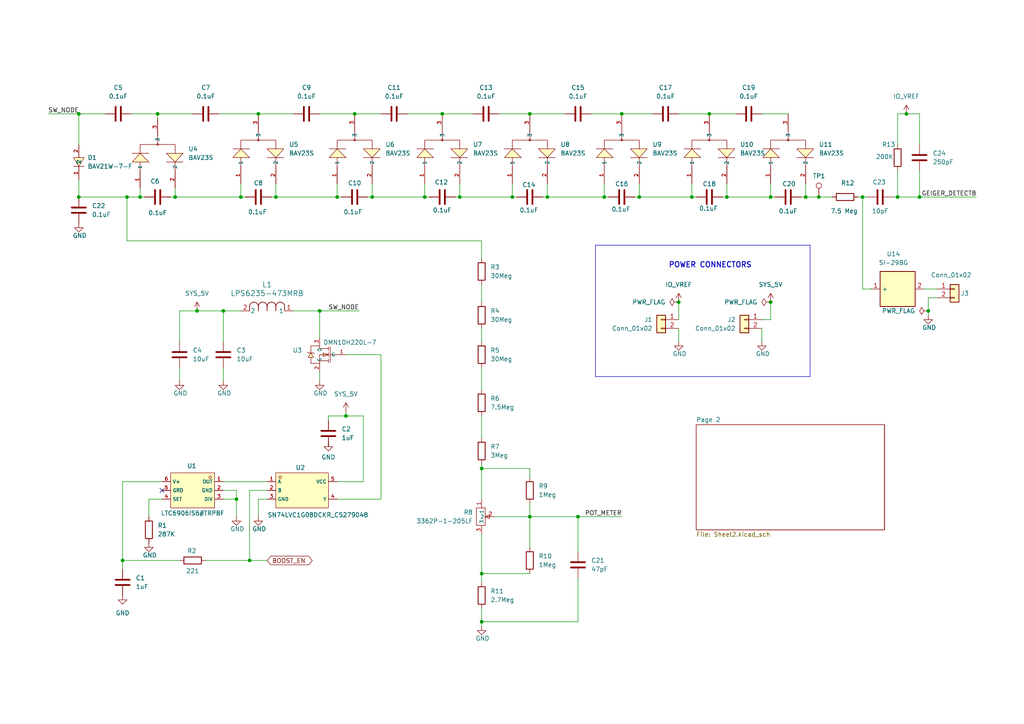
<source format=kicad_sch>
(kicad_sch (version 20231120) (generator "eeschema") (generator_version "8.0")
  (paper "A4")
  (lib_symbols
    (symbol "3362P-1-205LF:3362P-1-205LF"
      (property "Reference" "R" (at 0 1.27 0))
      (property "Value" "3362P-1-205LF" (at 0 -2.54 0))
      (symbol "3362P-1-205LF_0_1"
        (polyline (pts (xy -0.254 0) (xy -1.524 0)))
        (polyline (pts (xy 0.254 0) (xy -1.016 -0.508) (xy -1.016 0.508) (xy 0.254 0)) (fill (type background)))
        (polyline (pts (xy 0.254 -2.54) (xy 0.254 2.54) (xy 2.794 2.54) (xy 2.794 -2.54) (xy 0.254 -2.54)))
        (pin input line (at 1.27 5.08 270) (length 2.54) (name "1") (number "1"))
        (pin input line (at -2.54 0 0) (length 2.54) (name "2") (number "2"))
        (pin input line (at 1.27 -5.08 90) (length 2.54) (name "3") (number "3"))
      )
    )
    (symbol "BAV21W-7-F:BAV21W-7-F"
      (property "Reference" "D" (at 0 1.27 0))
      (property "Value" "BAV21W-7-F" (at 0 -2.54 0))
      (symbol "BAV21W-7-F_0_1"
        (polyline (pts (xy -1.27 -1.524) (xy -1.27 1.524)))
        (polyline (pts (xy 1.27 1.524) (xy -1.27 0) (xy 1.27 -1.524) (xy 1.27 1.524)) (fill (type background)))
      )
      (symbol "BAV21W-7-F_1_1"
        (pin passive line (at -5.08 0 0) (length 3.81) (name "1") (number "1"))
        (pin passive line (at 5.08 0 180) (length 3.81) (name "2") (number "2"))
      )
    )
    (symbol "BAV23S:BAV23S"
      (property "Reference" "U" (at 0 1.27 0))
      (property "Value" "BAV23S" (at 0 -2.54 0))
      (symbol "BAV23S_0_1"
        (polyline (pts (xy -5.08 5.08) (xy -2.54 5.08)))
        (polyline (pts (xy -2.54 -7.366) (xy -2.54 -2.54)))
        (polyline (pts (xy -2.54 -5.08) (xy -5.08 -5.08)))
        (polyline (pts (xy 0 7.366) (xy 0 2.54)))
        (polyline (pts (xy 5.08 0) (xy 2.54 0)))
        (polyline (pts (xy -2.54 2.54) (xy 0 5.08) (xy -2.54 7.366) (xy -2.54 2.54)) (fill (type background)))
        (polyline (pts (xy 0 -2.54) (xy -2.54 -5.08) (xy 0 -7.366) (xy 0 -2.54)) (fill (type background)))
        (polyline (pts (xy 0 5.08) (xy 2.54 5.08) (xy 2.54 -5.08) (xy 0 -5.08)))
        (circle (center 2.54 0) (radius 0.254) (fill (type background)))
      )
      (symbol "BAV23S_1_1"
        (pin passive line (at -10.16 5.08 0) (length 5.08) (name "1") (number "1"))
        (pin passive line (at -10.16 -5.08 0) (length 5.08) (name "2") (number "2"))
        (pin passive line (at 10.16 0 180) (length 5.08) (name "3") (number "3"))
      )
    )
    (symbol "BAV23S_1"
      (property "Reference" "U11" (at 1.2701 -8.89 90))
      (property "Value" "BAV23S" (at -1.2699 -8.89 90))
      (symbol "BAV23S_1_0_1"
        (polyline (pts (xy -5.08 5.08) (xy -2.54 5.08)))
        (polyline (pts (xy -2.54 -7.366) (xy -2.54 -2.54)))
        (polyline (pts (xy -2.54 -5.08) (xy -5.08 -5.08)))
        (polyline (pts (xy 0 7.366) (xy 0 2.54)))
        (polyline (pts (xy 5.08 0) (xy 2.54 0)))
        (polyline (pts (xy -2.54 2.54) (xy 0 5.08) (xy -2.54 7.366) (xy -2.54 2.54)) (fill (type background)))
        (polyline (pts (xy 0 -2.54) (xy -2.54 -5.08) (xy 0 -7.366) (xy 0 -2.54)) (fill (type background)))
        (polyline (pts (xy 0 5.08) (xy 2.54 5.08) (xy 2.54 -5.08) (xy 0 -5.08)))
        (circle (center 2.54 0) (radius 0.254) (fill (type background)))
      )
      (symbol "BAV23S_1_1_1"
        (pin passive line (at -10.16 5.08 0) (length 5.08) (name "1") (number "1"))
        (pin passive line (at -10.16 -5.08 0) (length 5.08) (name "2") (number "2"))
        (pin passive line (at 10.16 0 180) (length 5.08) (name "3") (number "3"))
      )
    )
    (symbol "Connector:TestPoint" (pin_numbers hide) (pin_names (offset 0.762) hide)
      (property "Reference" "TP" (at 0 6.858 0))
      (property "Value" "TestPoint" (at 0 5.08 0))
      (symbol "TestPoint_0_1"
        (circle (center 0 3.302) (radius 0.762))
      )
      (symbol "TestPoint_1_1"
        (pin passive line (at 0 0 90) (length 2.54) (name "1") (number "1"))
      )
    )
    (symbol "Connector_Generic:Conn_01x02" (pin_names (offset 1.016) hide)
      (property "Reference" "J" (at 0 2.54 0))
      (property "Value" "Conn_01x02" (at 0 -5.08 0))
      (symbol "Conn_01x02_1_1"
        (rectangle (start -1.27 -2.413) (end 0 -2.667) (stroke (width 0.1524)))
        (rectangle (start -1.27 0.127) (end 0 -0.127) (stroke (width 0.1524)))
        (rectangle (start -1.27 1.27) (end 1.27 -3.81) (stroke (width 0.254)) (fill (type background)))
        (pin passive line (at -5.08 0 0) (length 3.81) (name "Pin_1") (number "1"))
        (pin passive line (at -5.08 -2.54 0) (length 3.81) (name "Pin_2") (number "2"))
      )
    )
    (symbol "DMN10H220L-7:DMN10H220L-7"
      (property "Reference" "U3" (at 7.62 1.2701 0))
      (property "Value" "DMN10H220L-7" (at -13.97 3.556 0))
      (symbol "DMN10H220L-7_0_1"
        (polyline (pts (xy -2.54 0) (xy -0.508 0)))
        (polyline (pts (xy -0.508 2.286) (xy -0.508 -2.286)))
        (polyline (pts (xy 0 -2.286) (xy 0 -1.27)))
        (polyline (pts (xy 0 -0.508) (xy 0 0.508)))
        (polyline (pts (xy 0 2.286) (xy 0 1.27)))
        (polyline (pts (xy 2.54 -1.778) (xy 0 -1.778)))
        (polyline (pts (xy 0 0) (xy 1.524 0.508) (xy 1.524 -0.508) (xy 0 0)) (fill (type background)))
        (polyline (pts (xy 4.064 0.254) (xy 4.318 0.508) (xy 5.842 0.508) (xy 6.096 0.762)))
        (polyline (pts (xy 5.08 0.508) (xy 5.842 -0.762) (xy 4.318 -0.762) (xy 5.08 0.508)) (fill (type background)))
        (polyline (pts (xy 0 0) (xy 2.54 0) (xy 2.54 -2.54) (xy 5.08 -2.54) (xy 5.08 -0.762)))
        (polyline (pts (xy 0 1.778) (xy 2.54 1.778) (xy 2.54 2.54) (xy 5.08 2.54) (xy 5.08 0.508)))
      )
      (symbol "DMN10H220L-7_1_1"
        (pin input line (at -5.08 0 0) (length 2.54) (name "G") (number "1"))
        (pin passive line (at 2.54 -5.08 90) (length 2.54) (name "S") (number "2"))
        (pin passive line (at 2.54 5.08 270) (length 2.54) (name "D") (number "3"))
      )
    )
    (symbol "Device:C" (pin_numbers hide) (pin_names (offset 0.254))
      (property "Reference" "C" (at 0.635 2.54 0))
      (property "Value" "C" (at 0.635 -2.54 0))
      (symbol "C_0_1"
        (polyline (pts (xy -2.032 -0.762) (xy 2.032 -0.762)) (stroke (width 0.508)))
        (polyline (pts (xy -2.032 0.762) (xy 2.032 0.762)) (stroke (width 0.508)))
      )
      (symbol "C_1_1"
        (pin passive line (at 0 3.81 270) (length 2.794) (name "~") (number "1"))
        (pin passive line (at 0 -3.81 90) (length 2.794) (name "~") (number "2"))
      )
    )
    (symbol "Device:R" (pin_numbers hide) (pin_names (offset 0))
      (property "Reference" "R" (at 2.032 0 90))
      (property "Value" "R" (at 0 0 90))
      (symbol "R_0_1"
        (rectangle (start -1.016 -2.54) (end 1.016 2.54) (stroke (width 0.254)))
      )
      (symbol "R_1_1"
        (pin passive line (at 0 3.81 270) (length 1.27) (name "~") (number "1"))
        (pin passive line (at 0 -3.81 90) (length 1.27) (name "~") (number "2"))
      )
    )
    (symbol "GMT:GM-402B"
      (property "Reference" "U14" (at 1.2065 10.16 0))
      (property "Value" "SI-29BG" (at 1.2065 7.62 0))
      (symbol "GM-402B_0_1"
        (rectangle (start -5.08 5.08) (end 5.08 -5.08) (stroke (width 0.254)) (fill (type background)))
        (rectangle (start 7.62 0.254) (end 7.62 0.254))
      )
      (symbol "GM-402B_1_1"
        (pin passive line (at 7.62 0 180) (length 2.54) (name "+") (number "1"))
        (pin passive line (at -7.62 0 0) (length 2.54) (name "") (number "2"))
      )
    )
    (symbol "HV_POWER_SUPPLY:LTC6906IS6#TRPBF"
      (property "Reference" "U1" (at 0.254 7.112 0))
      (property "Value" "LTC6906IS6#TRPBF" (at 0 -6.604 0))
      (symbol "LTC6906IS6#TRPBF_0_1"
        (rectangle (start -6.35 5.08) (end 6.35 -5.08) (fill (type background)))
        (circle (center -5.08 3.81) (radius 0.381) (fill (type background)))
      )
      (symbol "LTC6906IS6#TRPBF_1_1"
        (pin output line (at -8.89 2.54 0) (length 2.54) (name "OUT") (number "1"))
        (pin input line (at -8.89 0 0) (length 2.54) (name "GND") (number "2"))
        (pin input line (at -8.89 -2.54 0) (length 2.54) (name "DIV") (number "3"))
        (pin input line (at 8.89 -2.54 180) (length 2.54) (name "SET") (number "4"))
        (pin input line (at 8.89 0 180) (length 2.54) (name "GRD") (number "5"))
        (pin input line (at 8.89 2.54 180) (length 2.54) (name "V+") (number "6"))
      )
    )
    (symbol "LPS6235-473MRB:LPS6235-473MRB" (pin_names (offset 0.254))
      (property "Reference" "L" (at 6.985 5.08 0))
      (property "Value" "LPS6235-473MRB" (at 6.985 -2.54 0))
      (symbol "LPS6235-473MRB_1_1"
        (polyline (pts (xy 2.54 0) (xy 2.54 1.27)) (stroke (width 0.2032)))
        (polyline (pts (xy 5.08 0) (xy 5.08 1.27)) (stroke (width 0.2032)))
        (polyline (pts (xy 7.62 0) (xy 7.62 1.27)) (stroke (width 0.2032)))
        (polyline (pts (xy 10.16 0) (xy 10.16 1.27)) (stroke (width 0.2032)))
        (polyline (pts (xy 12.7 0) (xy 12.7 1.27)) (stroke (width 0.2032)))
        (arc (start 5.08 1.27) (mid 3.81 2.5344) (end 2.54 1.27) (stroke (width 0.2032)))
        (arc (start 7.62 1.27) (mid 6.35 2.5344) (end 5.08 1.27) (stroke (width 0.2032)))
        (arc (start 10.16 1.27) (mid 8.89 2.5344) (end 7.62 1.27) (stroke (width 0.2032)))
        (arc (start 12.7 1.27) (mid 11.43 2.5344) (end 10.16 1.27) (stroke (width 0.2032)))
        (pin unspecified line (at 15.24 0 180) (length 2.54) (name "1") (number "1"))
        (pin unspecified line (at 0 0 0) (length 2.54) (name "2") (number "2"))
      )
      (symbol "LPS6235-473MRB_1_2"
        (arc (start -1.27 5.08) (mid -2.5344 3.81) (end -1.27 2.54) (stroke (width 0.2032)))
        (arc (start -1.27 7.62) (mid -2.5344 6.35) (end -1.27 5.08) (stroke (width 0.2032)))
        (arc (start -1.27 10.16) (mid -2.5344 8.89) (end -1.27 7.62) (stroke (width 0.2032)))
        (arc (start -1.27 12.7) (mid -2.5344 11.43) (end -1.27 10.16) (stroke (width 0.2032)))
        (polyline (pts (xy 0 2.54) (xy -1.27 2.54)) (stroke (width 0.2032)))
        (polyline (pts (xy 0 5.08) (xy -1.27 5.08)) (stroke (width 0.2032)))
        (polyline (pts (xy 0 7.62) (xy -1.27 7.62)) (stroke (width 0.2032)))
        (polyline (pts (xy 0 10.16) (xy -1.27 10.16)) (stroke (width 0.2032)))
        (polyline (pts (xy 0 12.7) (xy -1.27 12.7)) (stroke (width 0.2032)))
        (pin unspecified line (at 0 15.24 270) (length 2.54) (name "1") (number "1"))
        (pin unspecified line (at 0 0 90) (length 2.54) (name "2") (number "2"))
      )
    )
    (symbol "SN74LVC1G08DCKR:SN74LVC1G08DCKR_C5279048"
      (property "Reference" "U2" (at -0.508 6.604 0))
      (property "Value" "SN74LVC1G08DCKR_C5279048" (at 4.572 -7.112 0))
      (symbol "SN74LVC1G08DCKR_C5279048_0_1"
        (rectangle (start -7.62 5.08) (end 7.62 -5.08) (fill (type background)))
        (circle (center -6.35 3.81) (radius 0.381) (fill (type background)))
      )
      (symbol "SN74LVC1G08DCKR_C5279048_1_1"
        (pin input line (at -10.16 2.54 0) (length 2.54) (name "A") (number "1"))
        (pin input line (at -10.16 0 0) (length 2.54) (name "B") (number "2"))
        (pin input line (at -10.16 -2.54 0) (length 2.54) (name "GND") (number "3"))
        (pin output line (at 10.16 -2.54 180) (length 2.54) (name "Y") (number "4"))
        (pin input line (at 10.16 2.54 180) (length 2.54) (name "VCC") (number "5"))
      )
    )
    (symbol "power:GND" (power) (pin_numbers hide) (pin_names (offset 0) hide)
      (property "Value" "GND" (at 0 -3.81 0))
      (symbol "GND_0_1"
        (polyline (pts (xy 0 0) (xy 0 -1.27) (xy 1.27 -1.27) (xy 0 -2.54) (xy -1.27 -1.27) (xy 0 -1.27)))
      )
      (symbol "GND_1_1"
        (pin power_in line (at 0 0 270) (length 0) (name "~") (number "1"))
      )
    )
    (symbol "power:PWR_FLAG" (power) (pin_numbers hide) (pin_names (offset 0) hide)
      (property "Value" "PWR_FLAG" (at 0 3.81 0))
      (symbol "PWR_FLAG_0_0"
        (pin power_out line (at 0 0 90) (length 0) (name "~") (number "1"))
      )
      (symbol "PWR_FLAG_0_1"
        (polyline (pts (xy 0 0) (xy 0 1.27) (xy -1.016 1.905) (xy 0 2.54) (xy 1.016 1.905) (xy 0 1.27)))
      )
    )
    (symbol "power:VCC" (power) (pin_numbers hide) (pin_names (offset 0) hide)
      (property "Value" "VCC" (at 0 3.556 0))
      (symbol "VCC_0_1"
        (polyline (pts (xy -0.762 1.27) (xy 0 2.54)))
        (polyline (pts (xy 0 0) (xy 0 2.54)))
        (polyline (pts (xy 0 2.54) (xy 0.762 1.27)))
      )
      (symbol "VCC_1_1"
        (pin power_in line (at 0 0 90) (length 0) (name "~") (number "1"))
      )
    )
  )
  (junction (at 180.34 33.02))
  (junction (at 22.86 33.02))
  (junction (at 139.7 180.34))
  (junction (at 74.93 33.02))
  (junction (at 68.58 144.78))
  (junction (at 92.71 90.17))
  (junction (at 36.83 57.15))
  (junction (at 223.52 57.15))
  (junction (at 153.67 149.86))
  (junction (at 148.59 57.15))
  (junction (at 237.49 57.15))
  (junction (at 57.15 90.17))
  (junction (at 260.35 57.15))
  (junction (at 123.19 57.15))
  (junction (at 107.95 57.15))
  (junction (at 64.77 90.17))
  (junction (at 266.7 57.15))
  (junction (at 175.26 57.15))
  (junction (at 50.8 57.15))
  (junction (at 45.72 33.02))
  (junction (at 250.19 57.15))
  (junction (at 69.85 57.15))
  (junction (at 185.42 57.15))
  (junction (at 210.82 57.15))
  (junction (at 35.56 162.56))
  (junction (at 196.85 87.63))
  (junction (at 262.89 33.02))
  (junction (at 80.01 57.15))
  (junction (at 167.64 149.86))
  (junction (at 97.79 57.15))
  (junction (at 100.33 120.65))
  (junction (at 153.67 33.02))
  (junction (at 269.24 90.17))
  (junction (at 139.7 135.89))
  (junction (at 22.86 57.15))
  (junction (at 72.39 162.56))
  (junction (at 128.27 33.02))
  (junction (at 205.74 33.02))
  (junction (at 40.64 57.15))
  (junction (at 233.68 57.15))
  (junction (at 158.75 57.15))
  (junction (at 133.35 57.15))
  (junction (at 200.66 57.15))
  (junction (at 139.7 166.37))
  (junction (at 102.87 33.02))
  (junction (at 223.52 87.63))
  (no_connect (at 46.99 142.24))
  (wire (pts (xy 139.7 106.68) (xy 139.7 113.03)))
  (wire (pts (xy 92.71 107.95) (xy 92.71 110.49)))
  (wire (pts (xy 233.68 53.34) (xy 233.68 57.15)))
  (wire (pts (xy 74.93 33.02) (xy 85.09 33.02)))
  (polyline (pts (xy 172.72 71.12) (xy 234.95 71.12)))
  (wire (pts (xy 64.77 139.7) (xy 77.47 139.7)))
  (wire (pts (xy 167.64 149.86) (xy 180.34 149.86)))
  (wire (pts (xy 100.33 120.65) (xy 100.33 119.38)))
  (wire (pts (xy 13.97 33.02) (xy 22.86 33.02)))
  (wire (pts (xy 105.41 139.7) (xy 105.41 120.65)))
  (wire (pts (xy 158.75 57.15) (xy 175.26 57.15)))
  (wire (pts (xy 95.25 120.65) (xy 100.33 120.65)))
  (wire (pts (xy 133.35 57.15) (xy 148.59 57.15)))
  (wire (pts (xy 78.74 57.15) (xy 80.01 57.15)))
  (wire (pts (xy 220.98 92.71) (xy 223.52 92.71)))
  (wire (pts (xy 85.09 90.17) (xy 92.71 90.17)))
  (wire (pts (xy 74.93 144.78) (xy 74.93 149.86)))
  (wire (pts (xy 64.77 142.24) (xy 68.58 142.24)))
  (wire (pts (xy 22.86 33.02) (xy 30.48 33.02)))
  (wire (pts (xy 267.97 83.82) (xy 271.78 83.82)))
  (wire (pts (xy 50.8 57.15) (xy 69.85 57.15)))
  (wire (pts (xy 148.59 57.15) (xy 149.86 57.15)))
  (wire (pts (xy 153.67 149.86) (xy 167.64 149.86)))
  (wire (pts (xy 52.07 99.06) (xy 52.07 90.17)))
  (wire (pts (xy 139.7 154.94) (xy 139.7 166.37)))
  (wire (pts (xy 110.49 102.87) (xy 100.33 102.87)))
  (wire (pts (xy 95.25 120.65) (xy 95.25 121.92)))
  (wire (pts (xy 266.7 33.02) (xy 266.7 41.91)))
  (wire (pts (xy 185.42 53.34) (xy 185.42 57.15)))
  (wire (pts (xy 167.64 180.34) (xy 139.7 180.34)))
  (wire (pts (xy 175.26 53.34) (xy 175.26 57.15)))
  (wire (pts (xy 102.87 33.02) (xy 110.49 33.02)))
  (wire (pts (xy 269.24 90.17) (xy 269.24 86.36)))
  (wire (pts (xy 45.72 33.02) (xy 55.88 33.02)))
  (wire (pts (xy 64.77 90.17) (xy 69.85 90.17)))
  (wire (pts (xy 22.86 41.91) (xy 22.86 33.02)))
  (wire (pts (xy 262.89 33.02) (xy 266.7 33.02)))
  (wire (pts (xy 223.52 57.15) (xy 224.79 57.15)))
  (wire (pts (xy 210.82 53.34) (xy 210.82 57.15)))
  (wire (pts (xy 36.83 69.85) (xy 36.83 57.15)))
  (wire (pts (xy 269.24 86.36) (xy 271.78 86.36)))
  (wire (pts (xy 92.71 33.02) (xy 102.87 33.02)))
  (polyline (pts (xy 172.72 104.14) (xy 172.72 71.12)))
  (wire (pts (xy 92.71 90.17) (xy 104.14 90.17)))
  (wire (pts (xy 248.92 57.15) (xy 250.19 57.15)))
  (polyline (pts (xy 234.95 109.22) (xy 172.72 109.22)))
  (wire (pts (xy 49.53 57.15) (xy 50.8 57.15)))
  (wire (pts (xy 139.7 135.89) (xy 153.67 135.89)))
  (wire (pts (xy 266.7 49.53) (xy 266.7 57.15)))
  (wire (pts (xy 35.56 162.56) (xy 52.07 162.56)))
  (wire (pts (xy 64.77 144.78) (xy 68.58 144.78)))
  (wire (pts (xy 106.68 57.15) (xy 107.95 57.15)))
  (wire (pts (xy 139.7 69.85) (xy 139.7 74.93)))
  (wire (pts (xy 97.79 139.7) (xy 105.41 139.7)))
  (wire (pts (xy 41.91 57.15) (xy 40.64 57.15)))
  (wire (pts (xy 259.08 57.15) (xy 260.35 57.15)))
  (wire (pts (xy 35.56 162.56) (xy 35.56 139.7)))
  (wire (pts (xy 139.7 82.55) (xy 139.7 87.63)))
  (wire (pts (xy 110.49 102.87) (xy 110.49 144.78)))
  (wire (pts (xy 123.19 53.34) (xy 123.19 57.15)))
  (wire (pts (xy 250.19 83.82) (xy 250.19 57.15)))
  (wire (pts (xy 64.77 106.68) (xy 64.77 110.49)))
  (wire (pts (xy 237.49 57.15) (xy 241.3 57.15)))
  (wire (pts (xy 139.7 120.65) (xy 139.7 127)))
  (wire (pts (xy 50.8 54.61) (xy 50.8 57.15)))
  (wire (pts (xy 167.64 167.64) (xy 167.64 180.34)))
  (wire (pts (xy 185.42 57.15) (xy 200.66 57.15)))
  (wire (pts (xy 100.33 120.65) (xy 105.41 120.65)))
  (wire (pts (xy 153.67 146.05) (xy 153.67 149.86)))
  (wire (pts (xy 128.27 33.02) (xy 137.16 33.02)))
  (wire (pts (xy 57.15 90.17) (xy 64.77 90.17)))
  (wire (pts (xy 232.41 57.15) (xy 233.68 57.15)))
  (polyline (pts (xy 234.95 71.12) (xy 234.95 109.22)))
  (wire (pts (xy 139.7 166.37) (xy 153.67 166.37)))
  (wire (pts (xy 52.07 106.68) (xy 52.07 110.49)))
  (wire (pts (xy 59.69 162.56) (xy 72.39 162.56)))
  (wire (pts (xy 205.74 33.02) (xy 213.36 33.02)))
  (wire (pts (xy 143.51 149.86) (xy 153.67 149.86)))
  (wire (pts (xy 196.85 95.25) (xy 196.85 99.06)))
  (wire (pts (xy 153.67 33.02) (xy 163.83 33.02)))
  (wire (pts (xy 223.52 92.71) (xy 223.52 87.63)))
  (wire (pts (xy 260.35 57.15) (xy 266.7 57.15)))
  (wire (pts (xy 158.75 57.15) (xy 158.75 53.34)))
  (wire (pts (xy 220.98 95.25) (xy 220.98 99.06)))
  (wire (pts (xy 148.59 53.34) (xy 148.59 57.15)))
  (wire (pts (xy 77.47 142.24) (xy 72.39 142.24)))
  (wire (pts (xy 139.7 180.34) (xy 139.7 181.61)))
  (wire (pts (xy 72.39 142.24) (xy 72.39 162.56)))
  (wire (pts (xy 52.07 90.17) (xy 57.15 90.17)))
  (wire (pts (xy 45.72 33.02) (xy 38.1 33.02)))
  (wire (pts (xy 107.95 57.15) (xy 123.19 57.15)))
  (wire (pts (xy 260.35 33.02) (xy 262.89 33.02)))
  (wire (pts (xy 171.45 33.02) (xy 180.34 33.02)))
  (wire (pts (xy 167.64 149.86) (xy 167.64 160.02)))
  (wire (pts (xy 209.55 57.15) (xy 210.82 57.15)))
  (wire (pts (xy 45.72 34.29) (xy 45.72 33.02)))
  (wire (pts (xy 184.15 57.15) (xy 185.42 57.15)))
  (wire (pts (xy 132.08 57.15) (xy 133.35 57.15)))
  (wire (pts (xy 43.18 144.78) (xy 46.99 144.78)))
  (wire (pts (xy 153.67 138.43) (xy 153.67 135.89)))
  (wire (pts (xy 63.5 33.02) (xy 74.93 33.02)))
  (wire (pts (xy 139.7 176.53) (xy 139.7 180.34)))
  (wire (pts (xy 220.98 33.02) (xy 228.6 33.02)))
  (wire (pts (xy 40.64 54.61) (xy 40.64 57.15)))
  (wire (pts (xy 35.56 139.7) (xy 46.99 139.7)))
  (wire (pts (xy 43.18 149.86) (xy 43.18 144.78)))
  (wire (pts (xy 97.79 53.34) (xy 97.79 57.15)))
  (wire (pts (xy 68.58 142.24) (xy 68.58 144.78)))
  (wire (pts (xy 22.86 52.07) (xy 22.86 57.15)))
  (wire (pts (xy 71.12 57.15) (xy 69.85 57.15)))
  (wire (pts (xy 266.7 57.15) (xy 283.21 57.15)))
  (wire (pts (xy 153.67 33.02) (xy 144.78 33.02)))
  (wire (pts (xy 153.67 149.86) (xy 153.67 158.75)))
  (wire (pts (xy 133.35 53.34) (xy 133.35 57.15)))
  (wire (pts (xy 124.46 57.15) (xy 123.19 57.15)))
  (wire (pts (xy 139.7 135.89) (xy 139.7 144.78)))
  (wire (pts (xy 175.26 57.15) (xy 176.53 57.15)))
  (wire (pts (xy 36.83 57.15) (xy 40.64 57.15)))
  (wire (pts (xy 200.66 57.15) (xy 201.93 57.15)))
  (wire (pts (xy 107.95 53.34) (xy 107.95 57.15)))
  (wire (pts (xy 269.24 91.44) (xy 269.24 90.17)))
  (wire (pts (xy 223.52 53.34) (xy 223.52 57.15)))
  (wire (pts (xy 180.34 33.02) (xy 189.23 33.02)))
  (wire (pts (xy 260.35 57.15) (xy 260.35 49.53)))
  (wire (pts (xy 250.19 57.15) (xy 251.46 57.15)))
  (wire (pts (xy 80.01 57.15) (xy 97.79 57.15)))
  (wire (pts (xy 200.66 53.34) (xy 200.66 57.15)))
  (wire (pts (xy 196.85 33.02) (xy 205.74 33.02)))
  (wire (pts (xy 139.7 95.25) (xy 139.7 99.06)))
  (wire (pts (xy 260.35 41.91) (xy 260.35 33.02)))
  (wire (pts (xy 118.11 33.02) (xy 128.27 33.02)))
  (wire (pts (xy 64.77 99.06) (xy 64.77 90.17)))
  (wire (pts (xy 139.7 166.37) (xy 139.7 168.91)))
  (wire (pts (xy 210.82 57.15) (xy 223.52 57.15)))
  (wire (pts (xy 233.68 57.15) (xy 237.49 57.15)))
  (wire (pts (xy 69.85 53.34) (xy 69.85 57.15)))
  (wire (pts (xy 196.85 87.63) (xy 196.85 92.71)))
  (wire (pts (xy 22.86 57.15) (xy 36.83 57.15)))
  (wire (pts (xy 97.79 57.15) (xy 99.06 57.15)))
  (wire (pts (xy 92.71 90.17) (xy 92.71 97.79)))
  (wire (pts (xy 68.58 144.78) (xy 68.58 149.86)))
  (wire (pts (xy 35.56 165.1) (xy 35.56 162.56)))
  (wire (pts (xy 97.79 144.78) (xy 110.49 144.78)))
  (polyline (pts (xy 172.72 104.14) (xy 172.72 109.22)))
  (wire (pts (xy 80.01 53.34) (xy 80.01 57.15)))
  (wire (pts (xy 139.7 134.62) (xy 139.7 135.89)))
  (wire (pts (xy 72.39 162.56) (xy 77.47 162.56)))
  (wire (pts (xy 157.48 57.15) (xy 158.75 57.15)))
  (wire (pts (xy 139.7 69.85) (xy 36.83 69.85)))
  (wire (pts (xy 95.25 129.54) (xy 95.25 128.27)))
  (wire (pts (xy 77.47 144.78) (xy 74.93 144.78)))
  (wire (pts (xy 252.73 83.82) (xy 250.19 83.82)))
  (text "POWER CONNECTORS" (at 205.994 76.962 0) (effects (font (size 1.524 1.524) (thickness 0.254) (bold yes))))
  (label "SW_NODE" (at 13.97 33.02 0))
  (label "GEIGER_DETECTB" (at 283.21 57.15 180))
  (label "SW_NODE" (at 104.14 90.17 180))
  (label "POT_METER" (at 180.34 149.86 180))
  (global_label "BOOST_EN" (shape bidirectional) (at 77.47 162.56 0) (property "Intersheetrefs" "${INTERSHEET_REFS}" (effects (hide yes))))
  (symbol (lib_id "Device:C") (at 167.64 163.83 0) (unit 1)
    (property "Reference" "C21" (at 171.45 162.5599 0) (effects (justify left)))
    (property "Value" "47pF" (at 171.45 165.0999 0) (effects (justify left)))
    (property "Footprint" "Capacitor_SMD:C_0603_1608Metric" (effects (hide yes)))
    (property "Description" "Unpolarized capacitor" (effects (hide yes)))
    (property "LCSC" "C178330" (effects (hide yes)))
    (property "Package" "0603" (effects (hide yes)))
    (property "manufacturer Part Number" "0603X476M6R3NT" (effects (hide yes)))
  )
  (symbol (lib_id "power:VCC") (at 196.85 87.63 0) (unit 1)
    (property "Reference" "#PWR020" (effects (hide yes)))
    (property "Value" "IO_VREF" (at 196.85 82.55 0))
    (property "Description" "Power symbol creates a global label with name \"VCC\"" (effects (hide yes)))
  )
  (symbol (lib_id "3362P-1-205LF:3362P-1-205LF") (at 140.97 149.86 0) (mirror y) (unit 1)
    (property "Reference" "R8" (at 137.16 148.5899 0) (effects (justify left)))
    (property "Value" "3362P-1-205LF" (at 137.16 151.1299 0) (effects (justify left)))
    (property "Footprint" "HV_POWER_SUPPLY:RES-ADJ-TH_3362P" (effects (hide yes)))
    (property "Datasheet" "https://lcsc.com/product-detail/Precision-Potentiometer_Made-in-China-3362P-1-105_C20063.html" (effects (hide yes)))
    (property "LCSC" "C124582" (effects (hide yes)))
    (property "manufacturer Part Number" "3362P-1-205LF" (effects (hide yes)))
  )
  (symbol (lib_id "Device:R") (at 139.7 130.81 0) (unit 1)
    (property "Reference" "R7" (at 142.24 129.5399 0) (effects (justify left)))
    (property "Value" "3Meg" (at 142.24 132.0799 0) (effects (justify left)))
    (property "Footprint" "Resistor_SMD:R_0805_2012Metric" (effects (hide yes)))
    (property "Description" "Resistor" (effects (hide yes)))
    (property "Package" "0805" (effects (hide yes)))
    (property "manufacturer Part Number" "FRC0805J305 TS" (effects (hide yes)))
    (property "LCSC" "C2907325" (effects (hide yes)))
  )
  (symbol (lib_id "power:PWR_FLAG") (at 269.24 90.17 90) (unit 1)
    (property "Reference" "#FLG03" (effects (hide yes)))
    (property "Value" "PWR_FLAG" (at 265.43 90.1699 90) (effects (justify left)))
    (property "Description" "Special symbol for telling ERC where power comes from" (effects (hide yes)))
  )
  (symbol (lib_id "power:VCC") (at 262.89 33.02 0) (unit 1)
    (property "Reference" "#PWR013" (effects (hide yes)))
    (property "Value" "IO_VREF" (at 262.89 27.94 0))
    (property "Description" "Power symbol creates a global label with name \"VCC\"" (effects (hide yes)))
  )
  (symbol (lib_id "Connector:TestPoint") (at 237.49 57.15 0) (unit 1)
    (property "Reference" "TP1" (at 235.712 51.054 0) (effects (justify left)))
    (property "Value" "TestPoint" (effects (hide yes)))
    (property "Footprint" "TestPoint:TestPoint_Pad_1.0x1.0mm" (effects (hide yes)))
    (property "Description" "test point" (effects (hide yes)))
  )
  (symbol (lib_id "Device:C") (at 217.17 33.02 90) (unit 1)
    (property "Reference" "C19" (at 217.17 25.4 90))
    (property "Value" "0.1uF" (at 217.17 27.94 90))
    (property "Footprint" "Capacitor_SMD:C_1206_3216Metric" (effects (hide yes)))
    (property "Description" "Unpolarized capacitor" (effects (hide yes)))
    (property "LCSC" "C24497" (effects (hide yes)))
    (property "Package" "1206" (effects (hide yes)))
    (property "manufacturer Part Number" "CL31B104KBCNNNC" (effects (hide yes)))
  )
  (symbol (lib_id "power:GND") (at 64.77 110.49 0) (unit 1)
    (property "Reference" "#PWR09" (effects (hide yes)))
    (property "Value" "GND" (at 65.024 114.046 0))
    (property "Description" "Power symbol creates a global label with name \"GND\" , ground" (effects (hide yes)))
  )
  (symbol (lib_id "Device:R") (at 43.18 153.67 0) (unit 1)
    (property "Reference" "R1" (at 45.72 152.3999 0) (effects (justify left)))
    (property "Value" "287K" (at 45.72 154.9399 0) (effects (justify left)))
    (property "Footprint" "Resistor_SMD:R_0603_1608Metric" (effects (hide yes)))
    (property "Description" "Resistor" (effects (hide yes)))
    (property "Package" "0603" (effects (hide yes)))
    (property "manufacturer Part Number" "0603WAF2873T5E" (effects (hide yes)))
    (property "LCSC" "C22972" (effects (hide yes)))
  )
  (symbol (lib_id "Device:C") (at 52.07 102.87 0) (unit 1)
    (property "Reference" "C4" (at 55.88 101.5999 0) (effects (justify left)))
    (property "Value" "10uF" (at 55.88 104.1399 0) (effects (justify left)))
    (property "Footprint" "Capacitor_SMD:C_0805_2012Metric" (effects (hide yes)))
    (property "Description" "Unpolarized capacitor" (effects (hide yes)))
    (property "LCSC" "C15850" (effects (hide yes)))
    (property "Package" "0805" (effects (hide yes)))
    (property "manufacturer Part Number" "CL21A106KAYNNNE" (effects (hide yes)))
  )
  (symbol (lib_id "power:GND") (at 92.71 110.49 0) (unit 1)
    (property "Reference" "#PWR07" (effects (hide yes)))
    (property "Value" "GND" (at 92.964 114.046 0))
    (property "Description" "Power symbol creates a global label with name \"GND\" , ground" (effects (hide yes)))
  )
  (symbol (lib_id "Connector_Generic:Conn_01x02") (at 215.9 92.71 0) (mirror y) (unit 1)
    (property "Reference" "J2" (at 213.36 92.7099 0) (effects (justify left)))
    (property "Value" "Conn_01x02" (at 213.36 95.2499 0) (effects (justify left)))
    (property "Footprint" "Connector_PinHeader_2.54mm:PinHeader_1x02_P2.54mm_Vertical" (effects (hide yes)))
    (property "Description" "Generic connector, single row, 01x02, script generated (kicad-library-utils/schlib/autogen/connector/)" (effects (hide yes)))
  )
  (symbol (lib_id "power:GND") (at 269.24 91.44 0) (unit 1)
    (property "Reference" "#PWR030" (effects (hide yes)))
    (property "Value" "GND" (at 269.494 94.996 0))
    (property "Description" "Power symbol creates a global label with name \"GND\" , ground" (effects (hide yes)))
  )
  (symbol (lib_id "power:VCC") (at 100.33 119.38 0) (unit 1)
    (property "Reference" "#PWR06" (effects (hide yes)))
    (property "Value" "SYS_5V" (at 100.33 114.3 0))
    (property "Description" "Power symbol creates a global label with name \"VCC\"" (effects (hide yes)))
  )
  (symbol (lib_id "power:GND") (at 52.07 110.49 0) (unit 1)
    (property "Reference" "#PWR08" (effects (hide yes)))
    (property "Value" "GND" (at 52.324 114.046 0))
    (property "Description" "Power symbol creates a global label with name \"GND\" , ground" (effects (hide yes)))
  )
  (symbol (lib_id "Device:C") (at 228.6 57.15 90) (unit 1)
    (property "Reference" "C20" (at 228.854 53.34 90))
    (property "Value" "0.1uF" (at 228.6 61.214 90))
    (property "Footprint" "Capacitor_SMD:C_1206_3216Metric" (effects (hide yes)))
    (property "Description" "Unpolarized capacitor" (effects (hide yes)))
    (property "LCSC" "C24497" (effects (hide yes)))
    (property "Package" "1206" (effects (hide yes)))
    (property "manufacturer Part Number" "CL31B104KBCNNNC" (effects (hide yes)))
  )
  (symbol (lib_id "BAV23S:BAV23S") (at 153.67 43.18 90) (unit 1)
    (property "Reference" "U8" (at 162.56 41.9099 90) (effects (justify right)))
    (property "Value" "BAV23S" (at 162.56 44.4499 90) (effects (justify right)))
    (property "Footprint" "HV_POWER_SUPPLY:BAV23S_SOT-23-3_L2.9-W1.6-P1.90-LS2.8-BR" (effects (hide yes)))
    (property "Datasheet" "https://item.szlcsc.com/14454.html" (effects (hide yes)))
    (property "LCSC" "C44345" (effects (hide yes)))
    (property "Package" "SOT-23" (effects (hide yes)))
    (property "manufacturer Part Number" "BAV23S" (effects (hide yes)))
  )
  (symbol (lib_id "Device:C") (at 255.27 57.15 90) (unit 1)
    (property "Reference" "C23" (at 255.016 52.832 90))
    (property "Value" "10pF" (at 255.27 61.214 90))
    (property "Footprint" "Capacitor_SMD:C_1206_3216Metric" (effects (hide yes)))
    (property "Description" "Unpolarized capacitor" (effects (hide yes)))
    (property "LCSC" "C377014" (effects (hide yes)))
    (property "Package" "1206" (effects (hide yes)))
    (property "manufacturer Part Number" "TCC1206COG100J102DT" (effects (hide yes)))
  )
  (symbol (lib_id "Device:R") (at 245.11 57.15 90) (unit 1)
    (property "Reference" "R12" (at 245.872 53.086 90))
    (property "Value" "7.5 Meg" (at 244.856 61.214 90))
    (property "Footprint" "Resistor_SMD:R_0805_2012Metric" (effects (hide yes)))
    (property "Description" "Resistor" (effects (hide yes)))
    (property "Package" "0805" (effects (hide yes)))
    (property "manufacturer Part Number" "FRC0805J755 TS" (effects (hide yes)))
    (property "LCSC" "C2933569" (effects (hide yes)))
  )
  (symbol (lib_id "Device:C") (at 95.25 125.73 0) (unit 1)
    (property "Reference" "C2" (at 99.06 124.4599 0) (effects (justify left)))
    (property "Value" "1uF" (at 99.06 126.9999 0) (effects (justify left)))
    (property "Footprint" "Capacitor_SMD:C_0603_1608Metric" (effects (hide yes)))
    (property "Description" "Unpolarized capacitor" (effects (hide yes)))
    (property "LCSC" "C15849" (effects (hide yes)))
    (property "Package" "0603" (effects (hide yes)))
    (property "manufacturer Part Number" "CL10A105KB8NNNC" (effects (hide yes)))
  )
  (symbol (lib_id "Device:C") (at 88.9 33.02 90) (unit 1)
    (property "Reference" "C9" (at 88.9 25.4 90))
    (property "Value" "0.1uF" (at 88.9 27.94 90))
    (property "Footprint" "Capacitor_SMD:C_1206_3216Metric" (effects (hide yes)))
    (property "Description" "Unpolarized capacitor" (effects (hide yes)))
    (property "LCSC" "C24497" (effects (hide yes)))
    (property "Package" "1206" (effects (hide yes)))
    (property "manufacturer Part Number" "CL31B104KBCNNNC" (effects (hide yes)))
  )
  (symbol (lib_id "SN74LVC1G08DCKR:SN74LVC1G08DCKR_C5279048") (at 87.63 142.24 0) (unit 1)
    (property "Reference" "U2" (at 87.122 135.636 0))
    (property "Value" "SN74LVC1G08DCKR_C5279048" (at 92.202 149.352 0))
    (property "Footprint" "HV_POWER_SUPPLY:SC-70-5_L2.0-W1.3-P0.65-LS2.1-BR" (effects (hide yes)))
    (property "Datasheet" "https://www.ti.com/cn/lit/ds/symlink/tps3803-ep.pdf?ts=1643197450925" (effects (hide yes)))
    (property "LCSC" "C5279048" (effects (hide yes)))
    (property "Package" "SC-70-5" (effects (hide yes)))
    (property "manufacturer Part Number" "SN74LVC1G08DCKR" (effects (hide yes)))
  )
  (symbol (lib_id "Device:C") (at 180.34 57.15 90) (unit 1)
    (property "Reference" "C16" (at 180.34 53.34 90))
    (property "Value" "0.1uF" (at 180.086 60.706 90))
    (property "Footprint" "Capacitor_SMD:C_1206_3216Metric" (effects (hide yes)))
    (property "Description" "Unpolarized capacitor" (effects (hide yes)))
    (property "LCSC" "C24497" (effects (hide yes)))
    (property "Package" "1206" (effects (hide yes)))
    (property "manufacturer Part Number" "CL31B104KBCNNNC" (effects (hide yes)))
  )
  (symbol (lib_id "Device:R") (at 139.7 172.72 0) (unit 1)
    (property "Reference" "R11" (at 142.24 171.4499 0) (effects (justify left)))
    (property "Value" "2.7Meg" (at 142.24 173.9899 0) (effects (justify left)))
    (property "Footprint" "Resistor_SMD:R_0805_2012Metric" (effects (hide yes)))
    (property "Description" "Resistor" (effects (hide yes)))
    (property "Package" "0805" (effects (hide yes)))
    (property "manufacturer Part Number" "FRC0805F2704TS" (effects (hide yes)))
    (property "LCSC" "C2933390" (effects (hide yes)))
  )
  (symbol (lib_id "Device:C") (at 114.3 33.02 90) (unit 1)
    (property "Reference" "C11" (at 114.3 25.4 90))
    (property "Value" "0.1uF" (at 114.3 27.94 90))
    (property "Footprint" "Capacitor_SMD:C_1206_3216Metric" (effects (hide yes)))
    (property "Description" "Unpolarized capacitor" (effects (hide yes)))
    (property "LCSC" "C24497" (effects (hide yes)))
    (property "Package" "1206" (effects (hide yes)))
    (property "manufacturer Part Number" "CL31B104KBCNNNC" (effects (hide yes)))
  )
  (symbol (lib_id "Device:R") (at 139.7 102.87 0) (unit 1)
    (property "Reference" "R5" (at 142.24 101.5999 0) (effects (justify left)))
    (property "Value" "30Meg" (at 142.24 104.1399 0) (effects (justify left)))
    (property "Footprint" "Resistor_SMD:R_0805_2012Metric" (effects (hide yes)))
    (property "Description" "Resistor" (effects (hide yes)))
    (property "Package" "0805" (effects (hide yes)))
    (property "manufacturer Part Number" "FHW0805UC2N2KGT" (effects (hide yes)))
    (property "LCSC" "C317991" (effects (hide yes)))
  )
  (symbol (lib_id "Device:C") (at 140.97 33.02 90) (unit 1)
    (property "Reference" "C13" (at 140.97 25.4 90))
    (property "Value" "0.1uF" (at 140.97 27.94 90))
    (property "Footprint" "Capacitor_SMD:C_1206_3216Metric" (effects (hide yes)))
    (property "Description" "Unpolarized capacitor" (effects (hide yes)))
    (property "LCSC" "C24497" (effects (hide yes)))
    (property "Package" "1206" (effects (hide yes)))
    (property "manufacturer Part Number" "CL31B104KBCNNNC" (effects (hide yes)))
  )
  (symbol (lib_id "Device:C") (at 64.77 102.87 0) (unit 1)
    (property "Reference" "C3" (at 68.58 101.5999 0) (effects (justify left)))
    (property "Value" "10uF" (at 68.58 104.1399 0) (effects (justify left)))
    (property "Footprint" "Capacitor_SMD:C_0805_2012Metric" (effects (hide yes)))
    (property "Description" "Unpolarized capacitor" (effects (hide yes)))
    (property "LCSC" "C15850" (effects (hide yes)))
    (property "Package" "0805" (effects (hide yes)))
    (property "manufacturer Part Number" "CL21A106KAYNNNE" (effects (hide yes)))
  )
  (symbol (lib_id "power:GND") (at 139.7 181.61 0) (unit 1)
    (property "Reference" "#PWR012" (effects (hide yes)))
    (property "Value" "GND" (at 139.954 185.166 0))
    (property "Description" "Power symbol creates a global label with name \"GND\" , ground" (effects (hide yes)))
  )
  (symbol (lib_id "power:GND") (at 196.85 99.06 0) (unit 1)
    (property "Reference" "#PWR021" (effects (hide yes)))
    (property "Value" "GND" (at 197.104 102.616 0))
    (property "Description" "Power symbol creates a global label with name \"GND\" , ground" (effects (hide yes)))
  )
  (symbol (lib_id "power:GND") (at 22.86 64.77 0) (unit 1)
    (property "Reference" "#PWR011" (effects (hide yes)))
    (property "Value" "GND" (at 23.114 68.326 0))
    (property "Description" "Power symbol creates a global label with name \"GND\" , ground" (effects (hide yes)))
  )
  (symbol (lib_id "Device:R") (at 153.67 142.24 0) (unit 1)
    (property "Reference" "R9" (at 156.21 140.9699 0) (effects (justify left)))
    (property "Value" "1Meg" (at 156.21 143.5099 0) (effects (justify left)))
    (property "Footprint" "Resistor_SMD:R_0805_2012Metric" (effects (hide yes)))
    (property "Description" "Resistor" (effects (hide yes)))
    (property "Package" "0805" (effects (hide yes)))
    (property "manufacturer Part Number" "RC0805FR-071ML" (effects (hide yes)))
    (property "LCSC" "C107700" (effects (hide yes)))
  )
  (symbol (lib_id "BAV23S:BAV23S") (at 45.72 44.45 90) (unit 1)
    (property "Reference" "U4" (at 54.61 43.1799 90) (effects (justify right)))
    (property "Value" "BAV23S" (at 54.61 45.7199 90) (effects (justify right)))
    (property "Footprint" "HV_POWER_SUPPLY:BAV23S_SOT-23-3_L2.9-W1.6-P1.90-LS2.8-BR" (effects (hide yes)))
    (property "Datasheet" "https://item.szlcsc.com/14454.html" (effects (hide yes)))
    (property "LCSC" "C44345" (effects (hide yes)))
    (property "Package" "SOT-23" (effects (hide yes)))
    (property "manufacturer Part Number" "BAV23S" (effects (hide yes)))
  )
  (symbol (lib_id "power:GND") (at 68.58 149.86 0) (unit 1)
    (property "Reference" "#PWR03" (effects (hide yes)))
    (property "Value" "GND" (at 68.834 153.416 0))
    (property "Description" "Power symbol creates a global label with name \"GND\" , ground" (effects (hide yes)))
  )
  (symbol (lib_id "Device:C") (at 128.27 57.15 90) (unit 1)
    (property "Reference" "C12" (at 128.016 52.832 90))
    (property "Value" "0.1uF" (at 128.27 60.96 90))
    (property "Footprint" "Capacitor_SMD:C_1206_3216Metric" (effects (hide yes)))
    (property "Description" "Unpolarized capacitor" (effects (hide yes)))
    (property "LCSC" "C24497" (effects (hide yes)))
    (property "Package" "1206" (effects (hide yes)))
    (property "manufacturer Part Number" "CL31B104KBCNNNC" (effects (hide yes)))
  )
  (symbol (lib_id "Device:C") (at 102.87 57.15 90) (unit 1)
    (property "Reference" "C10" (at 102.87 53.086 90))
    (property "Value" "0.1uF" (at 102.362 61.468 90))
    (property "Footprint" "Capacitor_SMD:C_1206_3216Metric" (effects (hide yes)))
    (property "Description" "Unpolarized capacitor" (effects (hide yes)))
    (property "LCSC" "C24497" (effects (hide yes)))
    (property "Package" "1206" (effects (hide yes)))
    (property "manufacturer Part Number" "CL31B104KBCNNNC" (effects (hide yes)))
  )
  (symbol (lib_name "BAV23S_1") (lib_id "BAV23S:BAV23S") (at 228.6 43.18 90) (unit 1)
    (property "Reference" "U11" (at 237.49 41.9099 90) (effects (justify right)))
    (property "Value" "BAV23S" (at 237.49 44.4499 90) (effects (justify right)))
    (property "Footprint" "HV_POWER_SUPPLY:BAV23S_SOT-23-3_L2.9-W1.6-P1.90-LS2.8-BR" (effects (hide yes)))
    (property "Datasheet" "https://item.szlcsc.com/14454.html" (effects (hide yes)))
    (property "LCSC" "C44345" (effects (hide yes)))
    (property "Package" "SOT-23" (effects (hide yes)))
    (property "manufacturer Part Number" "BAV23S" (effects (hide yes)))
  )
  (symbol (lib_id "Connector_Generic:Conn_01x02") (at 276.86 83.82 0) (unit 1)
    (property "Reference" "J3" (at 278.638 85.09 0) (effects (justify left)))
    (property "Value" "Conn_01x02" (at 270.002 79.756 0) (effects (justify left)))
    (property "Footprint" "Connector_PinHeader_2.54mm:PinHeader_1x02_P2.54mm_Vertical" (effects (hide yes)))
    (property "Description" "Generic connector, single row, 01x02, script generated (kicad-library-utils/schlib/autogen/connector/)" (effects (hide yes)))
  )
  (symbol (lib_id "power:VCC") (at 223.52 87.63 0) (unit 1)
    (property "Reference" "#PWR025" (effects (hide yes)))
    (property "Value" "SYS_5V" (at 223.52 82.55 0))
    (property "Description" "Power symbol creates a global label with name \"VCC\"" (effects (hide yes)))
  )
  (symbol (lib_id "BAV23S:BAV23S") (at 102.87 43.18 90) (unit 1)
    (property "Reference" "U6" (at 111.76 41.9099 90) (effects (justify right)))
    (property "Value" "BAV23S" (at 111.76 44.4499 90) (effects (justify right)))
    (property "Footprint" "HV_POWER_SUPPLY:BAV23S_SOT-23-3_L2.9-W1.6-P1.90-LS2.8-BR" (effects (hide yes)))
    (property "Datasheet" "https://item.szlcsc.com/14454.html" (effects (hide yes)))
    (property "LCSC" "C44345" (effects (hide yes)))
    (property "Package" "SOT-23" (effects (hide yes)))
    (property "manufacturer Part Number" "BAV23S" (effects (hide yes)))
  )
  (symbol (lib_id "Device:R") (at 153.67 162.56 0) (unit 1)
    (property "Reference" "R10" (at 156.21 161.2899 0) (effects (justify left)))
    (property "Value" "1Meg" (at 156.21 163.8299 0) (effects (justify left)))
    (property "Footprint" "Resistor_SMD:R_0805_2012Metric" (effects (hide yes)))
    (property "Description" "Resistor" (effects (hide yes)))
    (property "Package" "0805" (effects (hide yes)))
    (property "manufacturer Part Number" "RC0805FR-071ML" (effects (hide yes)))
    (property "LCSC" "C107700" (effects (hide yes)))
  )
  (symbol (lib_id "power:GND") (at 220.98 99.06 0) (unit 1)
    (property "Reference" "#PWR024" (effects (hide yes)))
    (property "Value" "GND" (at 221.234 102.616 0))
    (property "Description" "Power symbol creates a global label with name \"GND\" , ground" (effects (hide yes)))
  )
  (symbol (lib_id "DMN10H220L-7:DMN10H220L-7") (at 95.25 102.87 0) (mirror y) (unit 1)
    (property "Reference" "U3" (at 87.63 101.5999 0) (effects (justify left)))
    (property "Value" "DMN10H220L-7" (at 109.22 99.314 0) (effects (justify left)))
    (property "Footprint" "HV_POWER_SUPPLY:SOT-23-3_L2.9-W1.6-P1.90-LS2.8-BR" (effects (hide yes)))
    (property "Datasheet" "https://item.szlcsc.com/14454.html" (effects (hide yes)))
    (property "LCSC" "C102615" (effects (hide yes)))
    (property "Package" "SOT-23" (effects (hide yes)))
    (property "manufacturer Part Number" "DMN10H220L-7" (effects (hide yes)))
  )
  (symbol (lib_id "Device:R") (at 139.7 116.84 0) (unit 1)
    (property "Reference" "R6" (at 142.24 115.5699 0) (effects (justify left)))
    (property "Value" "7.5Meg" (at 142.24 118.1099 0) (effects (justify left)))
    (property "Footprint" "Resistor_SMD:R_0805_2012Metric" (effects (hide yes)))
    (property "Description" "Resistor" (effects (hide yes)))
    (property "Package" "0805" (effects (hide yes)))
    (property "manufacturer Part Number" "FRC0805J755 TS" (effects (hide yes)))
    (property "LCSC" "C2933569" (effects (hide yes)))
  )
  (symbol (lib_id "HV_POWER_SUPPLY:LTC6906IS6#TRPBF") (at 55.88 142.24 0) (mirror y) (unit 1)
    (property "Reference" "U1" (at 55.626 135.128 0))
    (property "Value" "LTC6906IS6#TRPBF" (at 55.88 148.844 0))
    (property "Footprint" "HV_POWER_SUPPLY:TSOT-23-6_L2.9-W1.6-P0.95-LS2.8-BR" (effects (hide yes)))
    (property "Datasheet" "https://item.szlcsc.com/117832.html" (effects (hide yes)))
    (property "LCSC" "C689638" (effects (hide yes)))
    (property "Package" "TSOT-23-6" (effects (hide yes)))
    (property "manufacturer Part Number" "LTC6906IS6#TRPBF" (effects (hide yes)))
    (property "Digikey part number" "LTC6906IS6#TRPBFTR-ND" (effects (hide yes)))
  )
  (symbol (lib_id "Device:C") (at 74.93 57.15 90) (unit 1)
    (property "Reference" "C8" (at 74.93 53.086 90))
    (property "Value" "0.1uF" (at 74.676 61.468 90))
    (property "Footprint" "Capacitor_SMD:C_1206_3216Metric" (effects (hide yes)))
    (property "Description" "Unpolarized capacitor" (effects (hide yes)))
    (property "LCSC" "C24497" (effects (hide yes)))
    (property "Package" "1206" (effects (hide yes)))
    (property "manufacturer Part Number" "CL31B104KBCNNNC" (effects (hide yes)))
  )
  (symbol (lib_id "Device:C") (at 167.64 33.02 90) (unit 1)
    (property "Reference" "C15" (at 167.64 25.4 90))
    (property "Value" "0.1uF" (at 167.64 27.94 90))
    (property "Footprint" "Capacitor_SMD:C_1206_3216Metric" (effects (hide yes)))
    (property "Description" "Unpolarized capacitor" (effects (hide yes)))
    (property "LCSC" "C24497" (effects (hide yes)))
    (property "Package" "1206" (effects (hide yes)))
    (property "manufacturer Part Number" "CL31B104KBCNNNC" (effects (hide yes)))
  )
  (symbol (lib_id "Device:R") (at 139.7 91.44 0) (unit 1)
    (property "Reference" "R4" (at 142.24 90.1699 0) (effects (justify left)))
    (property "Value" "30Meg" (at 142.24 92.7099 0) (effects (justify left)))
    (property "Footprint" "Resistor_SMD:R_0805_2012Metric" (effects (hide yes)))
    (property "Description" "Resistor" (effects (hide yes)))
    (property "Package" "0805" (effects (hide yes)))
    (property "manufacturer Part Number" "FHW0805UC2N2KGT" (effects (hide yes)))
    (property "LCSC" "C317991" (effects (hide yes)))
  )
  (symbol (lib_id "power:GND") (at 35.56 172.72 0) (unit 1)
    (property "Reference" "#PWR01" (effects (hide yes)))
    (property "Value" "GND" (at 35.56 177.8 0))
    (property "Description" "Power symbol creates a global label with name \"GND\" , ground" (effects (hide yes)))
  )
  (symbol (lib_id "Device:R") (at 260.35 45.72 180) (unit 1)
    (property "Reference" "R13" (at 255.778 41.91 0) (effects (justify right)))
    (property "Value" "200K" (at 254 45.466 0) (effects (justify right)))
    (property "Footprint" "Resistor_SMD:R_0805_2012Metric" (effects (hide yes)))
    (property "Description" "Resistor" (effects (hide yes)))
    (property "Package" "0805" (effects (hide yes)))
    (property "manufacturer Part Number" "0805W8F2003T5E" (effects (hide yes)))
    (property "LCSC" "C17539" (effects (hide yes)))
  )
  (symbol (lib_id "Device:C") (at 35.56 168.91 0) (unit 1)
    (property "Reference" "C1" (at 39.37 167.6399 0) (effects (justify left)))
    (property "Value" "1uF" (at 39.37 170.1799 0) (effects (justify left)))
    (property "Footprint" "Capacitor_SMD:C_0603_1608Metric" (effects (hide yes)))
    (property "Description" "Unpolarized capacitor" (effects (hide yes)))
    (property "LCSC" "C15849" (effects (hide yes)))
    (property "Package" "0603" (effects (hide yes)))
    (property "manufacturer Part Number" "CL10A105KB8NNNC" (effects (hide yes)))
  )
  (symbol (lib_id "Device:C") (at 59.69 33.02 90) (unit 1)
    (property "Reference" "C7" (at 59.69 25.4 90))
    (property "Value" "0.1uF" (at 59.69 27.94 90))
    (property "Footprint" "Capacitor_SMD:C_1206_3216Metric" (effects (hide yes)))
    (property "Description" "Unpolarized capacitor" (effects (hide yes)))
    (property "LCSC" "C24497" (effects (hide yes)))
    (property "Package" "1206" (effects (hide yes)))
    (property "manufacturer Part Number" "CL31B104KBCNNNC" (effects (hide yes)))
  )
  (symbol (lib_id "LPS6235-473MRB:LPS6235-473MRB") (at 69.85 90.17 0) (unit 1)
    (property "Reference" "L1" (at 77.47 82.55 0) (effects (font (size 1.524 1.524))))
    (property "Value" "LPS6235-473MRB" (at 77.47 85.09 0) (effects (font (size 1.524 1.524))))
    (property "Footprint" "HV_POWER_SUPPLY:LPS6235473MRB" (effects (hide yes)))
    (property "Datasheet" "LPS6235-473MRB" (effects (hide yes)))
    (property "manufacturer Part Number" "LPS6235-473MRB" (effects (hide yes)))
    (property "Mouser Number" "994-LPS6235-473MRB" (effects (hide yes)))
    (property "Elements14" "LPS6235-473MRB" (effects (hide yes)))
  )
  (symbol (lib_id "power:GND") (at 95.25 128.27 0) (unit 1)
    (property "Reference" "#PWR05" (effects (hide yes)))
    (property "Value" "GND" (at 95.25 132.588 0))
    (property "Description" "Power symbol creates a global label with name \"GND\" , ground" (effects (hide yes)))
  )
  (symbol (lib_id "Device:C") (at 205.74 57.15 90) (unit 1)
    (property "Reference" "C18" (at 205.74 53.34 90))
    (property "Value" "0.1uF" (at 205.486 60.452 90))
    (property "Footprint" "Capacitor_SMD:C_1206_3216Metric" (effects (hide yes)))
    (property "Description" "Unpolarized capacitor" (effects (hide yes)))
    (property "LCSC" "C24497" (effects (hide yes)))
    (property "Package" "1206" (effects (hide yes)))
    (property "manufacturer Part Number" "CL31B104KBCNNNC" (effects (hide yes)))
  )
  (symbol (lib_id "BAV23S:BAV23S") (at 205.74 43.18 90) (unit 1)
    (property "Reference" "U10" (at 214.63 41.9099 90) (effects (justify right)))
    (property "Value" "BAV23S" (at 214.63 44.4499 90) (effects (justify right)))
    (property "Footprint" "HV_POWER_SUPPLY:BAV23S_SOT-23-3_L2.9-W1.6-P1.90-LS2.8-BR" (effects (hide yes)))
    (property "Datasheet" "https://item.szlcsc.com/14454.html" (effects (hide yes)))
    (property "LCSC" "C44345" (effects (hide yes)))
    (property "Package" "SOT-23" (effects (hide yes)))
    (property "manufacturer Part Number" "BAV23S" (effects (hide yes)))
  )
  (symbol (lib_id "Device:R") (at 55.88 162.56 90) (unit 1)
    (property "Reference" "R2" (at 55.626 159.766 90))
    (property "Value" "221" (at 55.88 165.608 90))
    (property "Footprint" "Resistor_SMD:R_0805_2012Metric" (effects (hide yes)))
    (property "Description" "Resistor" (effects (hide yes)))
    (property "Package" "0805" (effects (hide yes)))
    (property "manufacturer Part Number" "CR0805-FX-2210ELF" (effects (hide yes)))
    (property "LCSC" "C204308" (effects (hide yes)))
  )
  (symbol (lib_id "GMT:GM-402B") (at 260.35 83.82 0) (mirror y) (unit 1)
    (property "Reference" "U14" (at 259.1435 73.66 0))
    (property "Value" "SI-29BG" (at 259.1435 76.2 0))
    (property "Footprint" "HV_POWER_SUPPLY:SI-29BG" (effects (hide yes)))
    (property "Datasheet" "https://www.winsen-sensor.com/d/files/me2/mems--gm-402b--manual-v1_1.pdf" (effects (hide yes)))
    (property "Description" "MEMS Combustible Gas Sensor" (effects (hide yes)))
  )
  (symbol (lib_id "power:VCC") (at 57.15 90.17 0) (unit 1)
    (property "Reference" "#PWR010" (effects (hide yes)))
    (property "Value" "SYS_5V" (at 57.15 85.09 0))
    (property "Description" "Power symbol creates a global label with name \"VCC\"" (effects (hide yes)))
  )
  (symbol (lib_id "Device:C") (at 22.86 60.96 0) (unit 1)
    (property "Reference" "C22" (at 26.67 59.6899 0) (effects (justify left)))
    (property "Value" "0.1uF" (at 26.67 62.2299 0) (effects (justify left)))
    (property "Footprint" "Capacitor_SMD:C_1206_3216Metric" (effects (hide yes)))
    (property "Description" "Unpolarized capacitor" (effects (hide yes)))
    (property "LCSC" "C24497" (effects (hide yes)))
    (property "Package" "1206" (effects (hide yes)))
    (property "manufacturer Part Number" "CL31B104KBCNNNC" (effects (hide yes)))
  )
  (symbol (lib_id "BAV23S:BAV23S") (at 74.93 43.18 90) (unit 1)
    (property "Reference" "U5" (at 83.82 41.9099 90) (effects (justify right)))
    (property "Value" "BAV23S" (at 83.82 44.4499 90) (effects (justify right)))
    (property "Footprint" "HV_POWER_SUPPLY:BAV23S_SOT-23-3_L2.9-W1.6-P1.90-LS2.8-BR" (effects (hide yes)))
    (property "Datasheet" "https://item.szlcsc.com/14454.html" (effects (hide yes)))
    (property "LCSC" "C44345" (effects (hide yes)))
    (property "Package" "SOT-23" (effects (hide yes)))
    (property "manufacturer Part Number" "BAV23S" (effects (hide yes)))
  )
  (symbol (lib_id "Device:C") (at 266.7 45.72 180) (unit 1)
    (property "Reference" "C24" (at 270.51 44.4499 0) (effects (justify right)))
    (property "Value" "250pF" (at 270.51 46.9899 0) (effects (justify right)))
    (property "Footprint" "Capacitor_SMD:C_0603_1608Metric" (effects (hide yes)))
    (property "Description" "Unpolarized capacitor" (effects (hide yes)))
    (property "Package" "0603" (effects (hide yes)))
    (property "manufacturer Part Number" "06033A251JAT2A" (effects (hide yes)))
    (property "Digikey part number" "478-11806-2-ND" (effects (hide yes)))
  )
  (symbol (lib_id "Device:C") (at 45.72 57.15 90) (unit 1)
    (property "Reference" "C6" (at 44.958 52.578 90))
    (property "Value" "0.1uF" (at 45.72 61.722 90))
    (property "Footprint" "Capacitor_SMD:C_1206_3216Metric" (effects (hide yes)))
    (property "Description" "Unpolarized capacitor" (effects (hide yes)))
    (property "LCSC" "C24497" (effects (hide yes)))
    (property "Package" "1206" (effects (hide yes)))
    (property "manufacturer Part Number" "CL31B104KBCNNNC" (effects (hide yes)))
  )
  (symbol (lib_id "BAV21W-7-F:BAV21W-7-F") (at 22.86 46.99 90) (unit 1)
    (property "Reference" "D1" (at 25.4 45.7199 90) (effects (justify right)))
    (property "Value" "BAV21W-7-F" (at 25.4 48.2599 90) (effects (justify right)))
    (property "Footprint" "HV_POWER_SUPPLY:SOD-323_L1.8-W1.3-LS2.5-RD" (effects (hide yes)))
    (property "Datasheet" "https://item.szlcsc.com/301422.html" (effects (hide yes)))
    (property "LCSC" "C151350" (effects (hide yes)))
    (property "Package" "SOD-323" (effects (hide yes)))
    (property "manufacturer Part Number" "BAV21WS-7-F" (effects (hide yes)))
  )
  (symbol (lib_id "Device:C") (at 193.04 33.02 90) (unit 1)
    (property "Reference" "C17" (at 193.04 25.4 90))
    (property "Value" "0.1uF" (at 193.04 27.94 90))
    (property "Footprint" "Capacitor_SMD:C_1206_3216Metric" (effects (hide yes)))
    (property "Description" "Unpolarized capacitor" (effects (hide yes)))
    (property "LCSC" "C24497" (effects (hide yes)))
    (property "Package" "1206" (effects (hide yes)))
    (property "manufacturer Part Number" "CL31B104KBCNNNC" (effects (hide yes)))
  )
  (symbol (lib_id "power:PWR_FLAG") (at 223.52 87.63 90) (unit 1)
    (property "Reference" "#FLG01" (effects (hide yes)))
    (property "Value" "PWR_FLAG" (at 219.71 87.6299 90) (effects (justify left)))
    (property "Description" "Special symbol for telling ERC where power comes from" (effects (hide yes)))
  )
  (symbol (lib_id "Connector_Generic:Conn_01x02") (at 191.77 92.71 0) (mirror y) (unit 1)
    (property "Reference" "J1" (at 189.23 92.7099 0) (effects (justify left)))
    (property "Value" "Conn_01x02" (at 189.23 95.2499 0) (effects (justify left)))
    (property "Footprint" "Connector_PinHeader_2.54mm:PinHeader_1x02_P2.54mm_Vertical" (effects (hide yes)))
    (property "Description" "Generic connector, single row, 01x02, script generated (kicad-library-utils/schlib/autogen/connector/)" (effects (hide yes)))
  )
  (symbol (lib_id "power:GND") (at 43.18 157.48 0) (unit 1)
    (property "Reference" "#PWR02" (effects (hide yes)))
    (property "Value" "GND" (at 43.434 161.036 0))
    (property "Description" "Power symbol creates a global label with name \"GND\" , ground" (effects (hide yes)))
  )
  (symbol (lib_id "BAV23S:BAV23S") (at 128.27 43.18 90) (unit 1)
    (property "Reference" "U7" (at 137.16 41.9099 90) (effects (justify right)))
    (property "Value" "BAV23S" (at 137.16 44.4499 90) (effects (justify right)))
    (property "Footprint" "HV_POWER_SUPPLY:BAV23S_SOT-23-3_L2.9-W1.6-P1.90-LS2.8-BR" (effects (hide yes)))
    (property "Datasheet" "https://item.szlcsc.com/14454.html" (effects (hide yes)))
    (property "LCSC" "C44345" (effects (hide yes)))
    (property "Package" "SOT-23" (effects (hide yes)))
    (property "manufacturer Part Number" "BAV23S" (effects (hide yes)))
  )
  (symbol (lib_id "power:GND") (at 74.93 149.86 0) (unit 1)
    (property "Reference" "#PWR04" (effects (hide yes)))
    (property "Value" "GND" (at 75.184 153.416 0))
    (property "Description" "Power symbol creates a global label with name \"GND\" , ground" (effects (hide yes)))
  )
  (symbol (lib_id "Device:R") (at 139.7 78.74 0) (unit 1)
    (property "Reference" "R3" (at 142.24 77.4699 0) (effects (justify left)))
    (property "Value" "30Meg" (at 142.24 80.0099 0) (effects (justify left)))
    (property "Footprint" "Resistor_SMD:R_0805_2012Metric" (effects (hide yes)))
    (property "Description" "Resistor" (effects (hide yes)))
    (property "Package" "0805" (effects (hide yes)))
    (property "manufacturer Part Number" "FHW0805UC2N2KGT" (effects (hide yes)))
    (property "LCSC" "C317991" (effects (hide yes)))
  )
  (symbol (lib_id "power:PWR_FLAG") (at 196.85 87.63 90) (unit 1)
    (property "Reference" "#FLG02" (effects (hide yes)))
    (property "Value" "PWR_FLAG" (at 193.04 87.6299 90) (effects (justify left)))
    (property "Description" "Special symbol for telling ERC where power comes from" (effects (hide yes)))
  )
  (symbol (lib_id "BAV23S:BAV23S") (at 180.34 43.18 90) (unit 1)
    (property "Reference" "U9" (at 189.23 41.9099 90) (effects (justify right)))
    (property "Value" "BAV23S" (at 189.23 44.4499 90) (effects (justify right)))
    (property "Footprint" "HV_POWER_SUPPLY:BAV23S_SOT-23-3_L2.9-W1.6-P1.90-LS2.8-BR" (effects (hide yes)))
    (property "Datasheet" "https://item.szlcsc.com/14454.html" (effects (hide yes)))
    (property "LCSC" "C44345" (effects (hide yes)))
    (property "Package" "SOT-23" (effects (hide yes)))
    (property "manufacturer Part Number" "BAV23S" (effects (hide yes)))
  )
  (symbol (lib_id "Device:C") (at 153.67 57.15 90) (unit 1)
    (property "Reference" "C14" (at 153.416 53.594 90))
    (property "Value" "0.1uF" (at 153.416 60.96 90))
    (property "Footprint" "Capacitor_SMD:C_1206_3216Metric" (effects (hide yes)))
    (property "Description" "Unpolarized capacitor" (effects (hide yes)))
    (property "LCSC" "C24497" (effects (hide yes)))
    (property "Package" "1206" (effects (hide yes)))
    (property "manufacturer Part Number" "CL31B104KBCNNNC" (effects (hide yes)))
  )
  (symbol (lib_id "Device:C") (at 34.29 33.02 90) (unit 1)
    (property "Reference" "C5" (at 34.29 25.4 90))
    (property "Value" "0.1uF" (at 34.29 27.94 90))
    (property "Footprint" "Capacitor_SMD:C_1206_3216Metric" (effects (hide yes)))
    (property "Description" "Unpolarized capacitor" (effects (hide yes)))
    (property "LCSC" "C24497" (effects (hide yes)))
    (property "Package" "1206" (effects (hide yes)))
    (property "manufacturer Part Number" "CL31B104KBCNNNC" (effects (hide yes)))
  )
  (sheet (at 201.93 123.19) (size 54.61 30.48) (stroke (width 0.1524))
    (property "Sheetname" "Page 2" (at 201.93 122.4784 0) (effects (justify left bottom)))
    (property "Sheetfile" "Sheet2.kicad_sch" (at 201.93 154.2546 0) (effects (justify left top)))
  )
)
</source>
